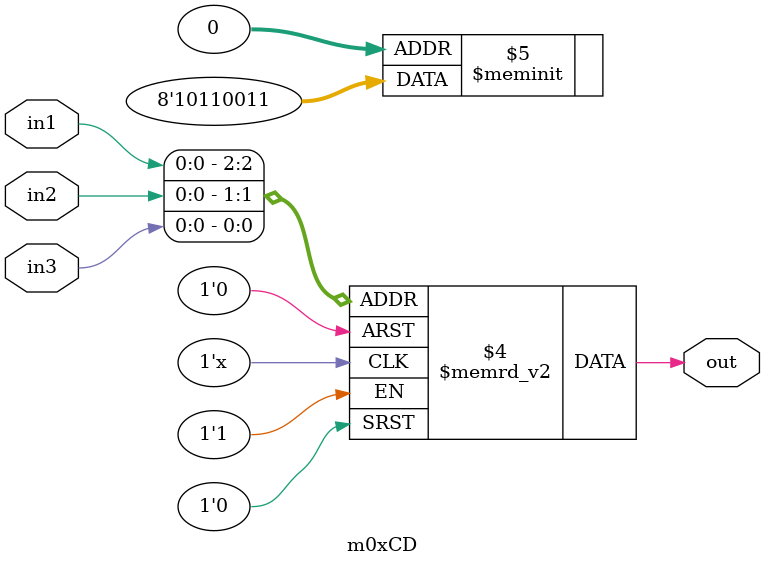
<source format=v>
module m0xCD(output out, input in1, in2, in3);

   always @(in1, in2, in3)
     begin
        case({in1, in2, in3})
          3'b000: {out} = 1'b1;
          3'b001: {out} = 1'b1;
          3'b010: {out} = 1'b0;
          3'b011: {out} = 1'b0;
          3'b100: {out} = 1'b1;
          3'b101: {out} = 1'b1;
          3'b110: {out} = 1'b0;
          3'b111: {out} = 1'b1;
        endcase // case ({in1, in2, in3})
     end // always @ (in1, in2, in3)

endmodule // m0xCD
</source>
